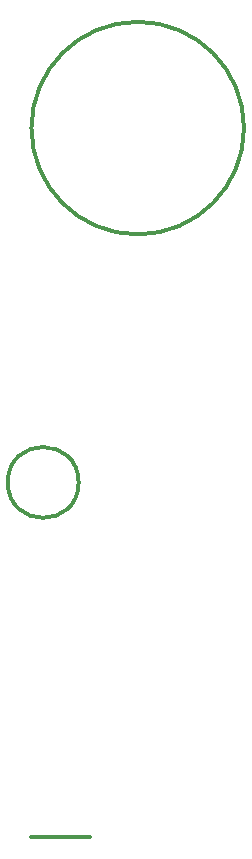
<source format=gbo>
G04 #@! TF.GenerationSoftware,KiCad,Pcbnew,(6.0.1)*
G04 #@! TF.CreationDate,2023-07-16T14:40:23+02:00*
G04 #@! TF.ProjectId,panel,70616e65-6c2e-46b6-9963-61645f706362,rev?*
G04 #@! TF.SameCoordinates,Original*
G04 #@! TF.FileFunction,Legend,Bot*
G04 #@! TF.FilePolarity,Positive*
%FSLAX46Y46*%
G04 Gerber Fmt 4.6, Leading zero omitted, Abs format (unit mm)*
G04 Created by KiCad (PCBNEW (6.0.1)) date 2023-07-16 14:40:23*
%MOMM*%
%LPD*%
G01*
G04 APERTURE LIST*
%ADD10C,0.300000*%
%ADD11C,0.500000*%
%ADD12R,5.080000X1.500000*%
G04 APERTURE END LIST*
D10*
X178000000Y-121000000D02*
X173000000Y-121000000D01*
X177000000Y-91000000D02*
G75*
G03*
X177000000Y-91000000I-3000000J0D01*
G01*
X191000000Y-61000000D02*
G75*
G03*
X191000000Y-61000000I-9000000J0D01*
G01*
%LPC*%
D11*
X168000000Y-126250000D03*
X166500000Y-126250000D03*
X166500000Y-124750000D03*
X168000000Y-124750000D03*
X167250000Y-124750000D03*
X167250000Y-126250000D03*
X75750000Y-127250000D03*
X74250000Y-128750000D03*
X75000000Y-127250000D03*
X74250000Y-127250000D03*
X75000000Y-128750000D03*
X75750000Y-128750000D03*
X168000000Y-115750000D03*
X166500000Y-117250000D03*
X167250000Y-115750000D03*
X167250000Y-117250000D03*
X168000000Y-117250000D03*
X166500000Y-115750000D03*
X75750000Y-114750000D03*
X74250000Y-114750000D03*
X75000000Y-114750000D03*
X74250000Y-113250000D03*
X75750000Y-113250000D03*
X75000000Y-113250000D03*
D12*
X73000000Y-125250000D03*
X73000000Y-116750000D03*
D11*
X165000000Y-94750000D03*
X164250000Y-96250000D03*
X165750000Y-96250000D03*
X164250000Y-94750000D03*
X165000000Y-96250000D03*
X165750000Y-94750000D03*
X165000000Y-55750000D03*
X164250000Y-57250000D03*
X165750000Y-57250000D03*
X165000000Y-57250000D03*
X165750000Y-55750000D03*
X164250000Y-55750000D03*
X75000000Y-84750000D03*
X75750000Y-84750000D03*
X74250000Y-84750000D03*
X75000000Y-83250000D03*
X75750000Y-83250000D03*
X74250000Y-83250000D03*
X165750000Y-66250000D03*
X165000000Y-64750000D03*
X164250000Y-66250000D03*
X165750000Y-64750000D03*
X165000000Y-66250000D03*
X164250000Y-64750000D03*
X74250000Y-67250000D03*
X75750000Y-68750000D03*
X75000000Y-68750000D03*
X74250000Y-68750000D03*
X75750000Y-67250000D03*
X75000000Y-67250000D03*
X74250000Y-53250000D03*
X75000000Y-54750000D03*
X75750000Y-54750000D03*
X75000000Y-53250000D03*
X74250000Y-54750000D03*
X75750000Y-53250000D03*
D12*
X73000000Y-56750000D03*
X73000000Y-65250000D03*
D11*
X164250000Y-85750000D03*
X165000000Y-85750000D03*
X165750000Y-87250000D03*
X165000000Y-87250000D03*
X164250000Y-87250000D03*
X165750000Y-85750000D03*
X74250000Y-97250000D03*
X75000000Y-98750000D03*
X75000000Y-97250000D03*
X75750000Y-98750000D03*
X75750000Y-97250000D03*
X74250000Y-98750000D03*
D12*
X73000000Y-86750000D03*
X73000000Y-95250000D03*
M02*

</source>
